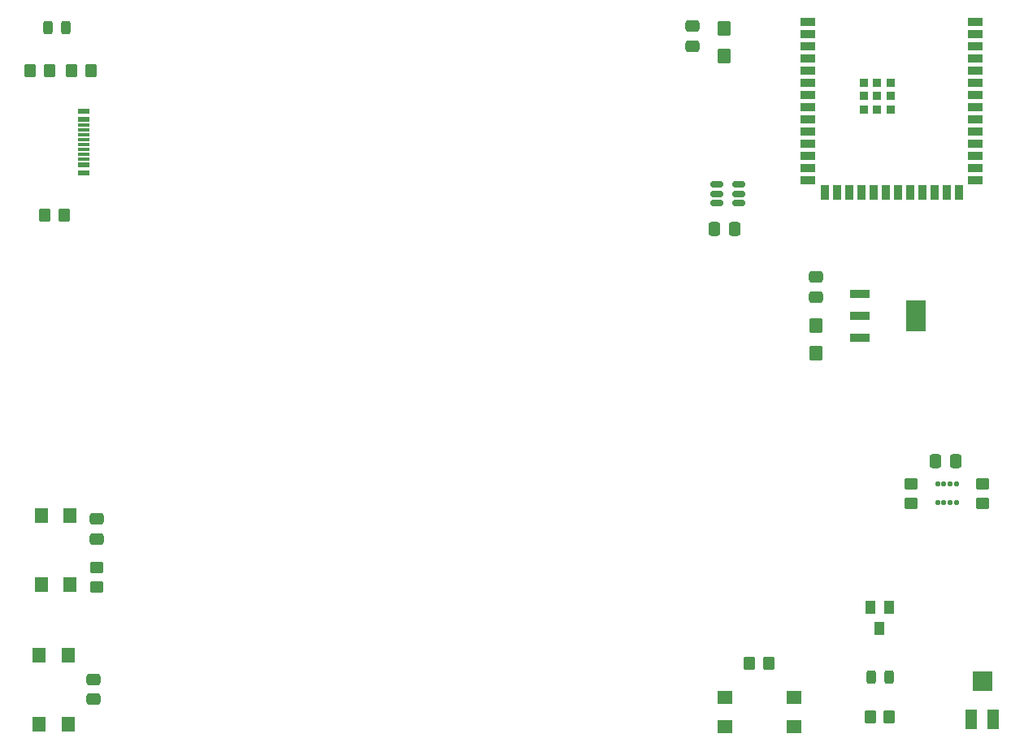
<source format=gbr>
%TF.GenerationSoftware,KiCad,Pcbnew,9.0.1*%
%TF.CreationDate,2025-06-20T23:10:46-05:00*%
%TF.ProjectId,LVGL_Training_Board,4c56474c-5f54-4726-9169-6e696e675f42,rev?*%
%TF.SameCoordinates,Original*%
%TF.FileFunction,Paste,Top*%
%TF.FilePolarity,Positive*%
%FSLAX46Y46*%
G04 Gerber Fmt 4.6, Leading zero omitted, Abs format (unit mm)*
G04 Created by KiCad (PCBNEW 9.0.1) date 2025-06-20 23:10:46*
%MOMM*%
%LPD*%
G01*
G04 APERTURE LIST*
G04 Aperture macros list*
%AMRoundRect*
0 Rectangle with rounded corners*
0 $1 Rounding radius*
0 $2 $3 $4 $5 $6 $7 $8 $9 X,Y pos of 4 corners*
0 Add a 4 corners polygon primitive as box body*
4,1,4,$2,$3,$4,$5,$6,$7,$8,$9,$2,$3,0*
0 Add four circle primitives for the rounded corners*
1,1,$1+$1,$2,$3*
1,1,$1+$1,$4,$5*
1,1,$1+$1,$6,$7*
1,1,$1+$1,$8,$9*
0 Add four rect primitives between the rounded corners*
20,1,$1+$1,$2,$3,$4,$5,0*
20,1,$1+$1,$4,$5,$6,$7,0*
20,1,$1+$1,$6,$7,$8,$9,0*
20,1,$1+$1,$8,$9,$2,$3,0*%
G04 Aperture macros list end*
%ADD10RoundRect,0.243750X-0.243750X-0.456250X0.243750X-0.456250X0.243750X0.456250X-0.243750X0.456250X0*%
%ADD11RoundRect,0.250000X-0.350000X-0.450000X0.350000X-0.450000X0.350000X0.450000X-0.350000X0.450000X0*%
%ADD12R,1.000000X1.400000*%
%ADD13RoundRect,0.056250X-0.168750X0.188750X-0.168750X-0.188750X0.168750X-0.188750X0.168750X0.188750X0*%
%ADD14RoundRect,0.250000X-0.450000X0.350000X-0.450000X-0.350000X0.450000X-0.350000X0.450000X0.350000X0*%
%ADD15RoundRect,0.250000X-0.337500X-0.475000X0.337500X-0.475000X0.337500X0.475000X-0.337500X0.475000X0*%
%ADD16R,1.300000X2.000000*%
%ADD17R,2.000000X2.000000*%
%ADD18R,1.600000X1.400000*%
%ADD19RoundRect,0.250000X0.350000X0.450000X-0.350000X0.450000X-0.350000X-0.450000X0.350000X-0.450000X0*%
%ADD20R,2.150000X0.950000*%
%ADD21R,2.150000X3.250000*%
%ADD22RoundRect,0.250000X0.450000X-0.350000X0.450000X0.350000X-0.450000X0.350000X-0.450000X-0.350000X0*%
%ADD23R,1.400000X1.600000*%
%ADD24RoundRect,0.250000X-0.475000X0.337500X-0.475000X-0.337500X0.475000X-0.337500X0.475000X0.337500X0*%
%ADD25RoundRect,0.250000X0.445000X-0.545000X0.445000X0.545000X-0.445000X0.545000X-0.445000X-0.545000X0*%
%ADD26RoundRect,0.243750X0.243750X0.456250X-0.243750X0.456250X-0.243750X-0.456250X0.243750X-0.456250X0*%
%ADD27RoundRect,0.150000X-0.512500X-0.150000X0.512500X-0.150000X0.512500X0.150000X-0.512500X0.150000X0*%
%ADD28R,1.150000X0.600000*%
%ADD29R,1.150000X0.300000*%
%ADD30RoundRect,0.250000X0.337500X0.475000X-0.337500X0.475000X-0.337500X-0.475000X0.337500X-0.475000X0*%
%ADD31R,0.900000X0.900000*%
%ADD32R,1.500000X0.900000*%
%ADD33R,0.900000X1.500000*%
%ADD34RoundRect,0.250000X0.475000X-0.337500X0.475000X0.337500X-0.475000X0.337500X-0.475000X-0.337500X0*%
G04 APERTURE END LIST*
D10*
%TO.C,LED2*%
X177907500Y-132700000D03*
X176032500Y-132700000D03*
%TD*%
D11*
%TO.C,R9*%
X177950000Y-136800000D03*
X175950000Y-136800000D03*
%TD*%
D12*
%TO.C,U6*%
X177900000Y-125350000D03*
X176000000Y-125350000D03*
X176950000Y-127550000D03*
%TD*%
D13*
%TO.C,U9*%
X183625000Y-114420000D03*
X184275000Y-114420000D03*
X184925000Y-114420000D03*
X182975000Y-114420000D03*
X183625000Y-112480000D03*
X184275000Y-112480000D03*
X184925000Y-112480000D03*
X182975000Y-112480000D03*
%TD*%
D14*
%TO.C,R13*%
X187675000Y-112537500D03*
X187675000Y-114537500D03*
%TD*%
%TO.C,R12*%
X180225000Y-112537500D03*
X180225000Y-114537500D03*
%TD*%
D15*
%TO.C,C8*%
X182787500Y-110170000D03*
X184862500Y-110170000D03*
%TD*%
D16*
%TO.C,VR1*%
X186500000Y-137050000D03*
X188800000Y-137050000D03*
D17*
X187650000Y-133050000D03*
%TD*%
D18*
%TO.C,S3*%
X168000000Y-134800000D03*
X160800000Y-134800000D03*
X168000000Y-137800000D03*
X160800000Y-137800000D03*
%TD*%
D19*
%TO.C,R6*%
X165400000Y-131200000D03*
X163400000Y-131200000D03*
%TD*%
D20*
%TO.C,U1*%
X174900000Y-92700000D03*
X174900000Y-95000000D03*
X174900000Y-97300000D03*
D21*
X180700000Y-95000000D03*
%TD*%
D22*
%TO.C,R4*%
X95400000Y-123250000D03*
X95400000Y-121250000D03*
%TD*%
D23*
%TO.C,S1*%
X92412500Y-137600000D03*
X92412500Y-130400000D03*
X89412500Y-137600000D03*
X89412500Y-130400000D03*
%TD*%
D24*
%TO.C,C1*%
X170300000Y-90962500D03*
X170300000Y-93037500D03*
%TD*%
D25*
%TO.C,C3*%
X160750000Y-67890000D03*
X160750000Y-65010000D03*
%TD*%
%TO.C,C2*%
X170300000Y-98840000D03*
X170300000Y-95960000D03*
%TD*%
D11*
%TO.C,R1*%
X92750000Y-69450000D03*
X94750000Y-69450000D03*
%TD*%
D26*
%TO.C,LED1*%
X92137500Y-64900000D03*
X90262500Y-64900000D03*
%TD*%
D23*
%TO.C,S2*%
X92612500Y-123050000D03*
X92612500Y-115850000D03*
X89612500Y-123050000D03*
X89612500Y-115850000D03*
%TD*%
D27*
%TO.C,U3*%
X160012500Y-81300000D03*
X160012500Y-82250000D03*
X160012500Y-83200000D03*
X162287500Y-83200000D03*
X162287500Y-82250000D03*
X162287500Y-81300000D03*
%TD*%
D28*
%TO.C,J1*%
X94042500Y-73672500D03*
X94042500Y-74472500D03*
D29*
X94042500Y-75622500D03*
X94042500Y-76622500D03*
X94042500Y-77122500D03*
X94042500Y-78122500D03*
D28*
X94042500Y-80072500D03*
X94042500Y-79272500D03*
D29*
X94042500Y-78622500D03*
X94042500Y-77622500D03*
X94042500Y-76122500D03*
X94042500Y-75122500D03*
%TD*%
D30*
%TO.C,C5*%
X161837500Y-85950000D03*
X159762500Y-85950000D03*
%TD*%
D24*
%TO.C,C7*%
X95350000Y-116162500D03*
X95350000Y-118237500D03*
%TD*%
D19*
%TO.C,R3*%
X90450000Y-69450000D03*
X88450000Y-69450000D03*
%TD*%
D24*
%TO.C,C6*%
X95062500Y-132900000D03*
X95062500Y-134975000D03*
%TD*%
D19*
%TO.C,R2*%
X91987500Y-84522500D03*
X89987500Y-84522500D03*
%TD*%
D31*
%TO.C,U2*%
X175300000Y-70650000D03*
X175300000Y-72050000D03*
X175300000Y-73450000D03*
X176700000Y-70650000D03*
X176700000Y-72050000D03*
X176700000Y-73450000D03*
X178100000Y-70650000D03*
X178100000Y-72050000D03*
X178100000Y-73450000D03*
D32*
X169450000Y-64330000D03*
X169450000Y-65600000D03*
X169450000Y-66870000D03*
X169450000Y-68140000D03*
X169450000Y-69410000D03*
X169450000Y-70680000D03*
X169450000Y-71950000D03*
X169450000Y-73220000D03*
X169450000Y-74490000D03*
X169450000Y-75760000D03*
X169450000Y-77030000D03*
X169450000Y-78300000D03*
X169450000Y-79570000D03*
X169450000Y-80840000D03*
D33*
X171215000Y-82090000D03*
X172485000Y-82090000D03*
X173755000Y-82090000D03*
X175025000Y-82090000D03*
X176295000Y-82090000D03*
X177565000Y-82090000D03*
X178835000Y-82090000D03*
X180105000Y-82090000D03*
X181375000Y-82090000D03*
X182645000Y-82090000D03*
X183915000Y-82090000D03*
X185185000Y-82090000D03*
D32*
X186950000Y-80840000D03*
X186950000Y-79570000D03*
X186950000Y-78300000D03*
X186950000Y-77030000D03*
X186950000Y-75760000D03*
X186950000Y-74490000D03*
X186950000Y-73220000D03*
X186950000Y-71950000D03*
X186950000Y-70680000D03*
X186950000Y-69410000D03*
X186950000Y-68140000D03*
X186950000Y-66870000D03*
X186950000Y-65600000D03*
X186950000Y-64330000D03*
%TD*%
D34*
%TO.C,C4*%
X157450000Y-66837500D03*
X157450000Y-64762500D03*
%TD*%
M02*

</source>
